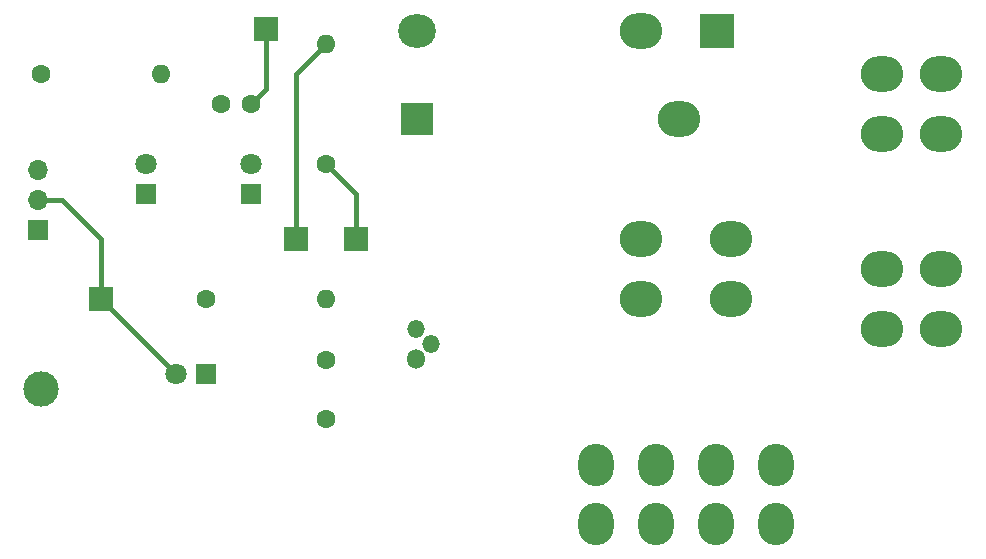
<source format=gbr>
%TF.GenerationSoftware,KiCad,Pcbnew,7.0.5-0*%
%TF.CreationDate,2024-01-28T18:46:13+01:00*%
%TF.ProjectId,controller,636f6e74-726f-46c6-9c65-722e6b696361,1.0.0*%
%TF.SameCoordinates,Original*%
%TF.FileFunction,Copper,L1,Top*%
%TF.FilePolarity,Positive*%
%FSLAX46Y46*%
G04 Gerber Fmt 4.6, Leading zero omitted, Abs format (unit mm)*
G04 Created by KiCad (PCBNEW 7.0.5-0) date 2024-01-28 18:46:13*
%MOMM*%
%LPD*%
G01*
G04 APERTURE LIST*
%TA.AperFunction,ComponentPad*%
%ADD10R,1.800000X1.800000*%
%TD*%
%TA.AperFunction,ComponentPad*%
%ADD11C,1.800000*%
%TD*%
%TA.AperFunction,SMDPad,CuDef*%
%ADD12R,2.000000X2.000000*%
%TD*%
%TA.AperFunction,ComponentPad*%
%ADD13O,3.200000X2.800000*%
%TD*%
%TA.AperFunction,ComponentPad*%
%ADD14R,2.800000X2.800000*%
%TD*%
%TA.AperFunction,ComponentPad*%
%ADD15O,3.600000X3.000000*%
%TD*%
%TA.AperFunction,ComponentPad*%
%ADD16R,3.000000X3.000000*%
%TD*%
%TA.AperFunction,ComponentPad*%
%ADD17C,1.600000*%
%TD*%
%TA.AperFunction,ComponentPad*%
%ADD18O,1.600000X1.600000*%
%TD*%
%TA.AperFunction,ComponentPad*%
%ADD19C,3.000000*%
%TD*%
%TA.AperFunction,ComponentPad*%
%ADD20O,3.000000X3.600000*%
%TD*%
%TA.AperFunction,ComponentPad*%
%ADD21O,1.500000X1.700000*%
%TD*%
%TA.AperFunction,ComponentPad*%
%ADD22O,1.500000X1.500000*%
%TD*%
%TA.AperFunction,ComponentPad*%
%ADD23R,1.700000X1.700000*%
%TD*%
%TA.AperFunction,ComponentPad*%
%ADD24O,1.700000X1.700000*%
%TD*%
%TA.AperFunction,Conductor*%
%ADD25C,0.400000*%
%TD*%
G04 APERTURE END LIST*
D10*
%TO.P,D1,1,K*%
%TO.N,Net-(D1-K)*%
X133350000Y-83820000D03*
D11*
%TO.P,D1,2,A*%
%TO.N,+5V*%
X133350000Y-81280000D03*
%TD*%
D12*
%TO.P,TP2,1,1*%
%TO.N,Net-(D2-A)*%
X120650000Y-92710000D03*
%TD*%
D10*
%TO.P,D3,1,K*%
%TO.N,GND*%
X124460000Y-83820000D03*
D11*
%TO.P,D3,2,A*%
%TO.N,Net-(D3-A)*%
X124460000Y-81280000D03*
%TD*%
D10*
%TO.P,D2,1,K*%
%TO.N,Net-(D2-K)*%
X129540000Y-99060000D03*
D11*
%TO.P,D2,2,A*%
%TO.N,Net-(D2-A)*%
X127000000Y-99060000D03*
%TD*%
D13*
%TO.P,RY1,1,A1*%
%TO.N,Net-(RY1-A1)*%
X147370000Y-69970000D03*
D14*
%TO.P,RY1,2,A2*%
%TO.N,Net-(Q1-C)*%
X147370000Y-77470000D03*
D15*
%TO.P,RY1,3,11*%
%TO.N,/Fuse*%
X169570000Y-77470000D03*
%TO.P,RY1,4,12*%
%TO.N,unconnected-(RY1-12-Pad4)*%
X166370000Y-69970000D03*
D16*
%TO.P,RY1,5,14*%
%TO.N,/Oven*%
X172770000Y-69970000D03*
%TD*%
D17*
%TO.P,R3,1*%
%TO.N,+5V*%
X115570000Y-73660000D03*
D18*
%TO.P,R3,2*%
%TO.N,Net-(D3-A)*%
X125730000Y-73660000D03*
%TD*%
D15*
%TO.P,J4,1,A*%
%TO.N,AC*%
X191730000Y-78740000D03*
%TO.P,J4,2,B*%
X186730000Y-78740000D03*
%TO.P,J4,3,C*%
%TO.N,/Oven*%
X191730000Y-73660000D03*
%TO.P,J4,4,D*%
X186730000Y-73660000D03*
%TD*%
D17*
%TO.P,R2,1*%
%TO.N,Net-(D1-K)*%
X139700000Y-81280000D03*
D18*
%TO.P,R2,2*%
%TO.N,Net-(RY1-A1)*%
X139700000Y-71120000D03*
%TD*%
D12*
%TO.P,TP5,1,1*%
%TO.N,Net-(RY1-A1)*%
X137160000Y-87630000D03*
%TD*%
D15*
%TO.P,CB1,1,A*%
%TO.N,/Fuse*%
X166370000Y-87630000D03*
%TO.P,CB1,2,B*%
X166370000Y-92710000D03*
%TO.P,CB1,3,C*%
%TO.N,Earth*%
X173990000Y-87630000D03*
%TO.P,CB1,4,D*%
X173990000Y-92710000D03*
%TD*%
D19*
%TO.P,TP1,1,1*%
%TO.N,GND*%
X115570000Y-100330000D03*
%TD*%
D12*
%TO.P,TP4,1,1*%
%TO.N,Net-(D1-K)*%
X142240000Y-87630000D03*
%TD*%
%TO.P,TP3,1,1*%
%TO.N,+5V*%
X134620000Y-69850000D03*
%TD*%
D17*
%TO.P,R1,1*%
%TO.N,Net-(D2-K)*%
X129540000Y-92710000D03*
D18*
%TO.P,R1,2*%
%TO.N,Net-(Q1-B)*%
X139700000Y-92710000D03*
%TD*%
D17*
%TO.P,C3,1*%
%TO.N,+5V*%
X133310000Y-76200000D03*
%TO.P,C3,2*%
%TO.N,GND*%
X130810000Y-76200000D03*
%TD*%
D20*
%TO.P,J5,1,A*%
%TO.N,/Oven*%
X162560000Y-111760000D03*
%TO.P,J5,2,B*%
X162560000Y-106760000D03*
%TO.P,J5,3,C*%
%TO.N,/Fuse*%
X167640000Y-111760000D03*
%TO.P,J5,4,D*%
X167640000Y-106760000D03*
%TO.P,J5,5,E*%
%TO.N,Earth*%
X172720000Y-111760000D03*
%TO.P,J5,6,F*%
X172720000Y-106760000D03*
%TO.P,J5,7,G*%
%TO.N,AC*%
X177800000Y-111760000D03*
%TO.P,J5,8,H*%
X177800000Y-106760000D03*
%TD*%
D17*
%TO.P,C1,1*%
%TO.N,Net-(Q1-B)*%
X139700000Y-97870000D03*
%TO.P,C1,2*%
%TO.N,GND*%
X139700000Y-102870000D03*
%TD*%
D21*
%TO.P,Q1,1,E*%
%TO.N,GND*%
X147320000Y-97790000D03*
D22*
%TO.P,Q1,2,B*%
%TO.N,Net-(Q1-B)*%
X148590000Y-96520000D03*
%TO.P,Q1,3,C*%
%TO.N,Net-(Q1-C)*%
X147320000Y-95250000D03*
%TD*%
D15*
%TO.P,J3,1,A*%
%TO.N,Earth*%
X191770000Y-95250000D03*
%TO.P,J3,2,B*%
X186770000Y-95250000D03*
%TO.P,J3,3,C*%
%TO.N,AC*%
X191770000Y-90170000D03*
%TO.P,J3,4,D*%
X186770000Y-90170000D03*
%TD*%
D23*
%TO.P,J2,1,Pin_1*%
%TO.N,GND*%
X115316000Y-86868000D03*
D24*
%TO.P,J2,2,Pin_2*%
%TO.N,Net-(D2-A)*%
X115316000Y-84328000D03*
%TO.P,J2,3,Pin_3*%
%TO.N,+5V*%
X115316000Y-81788000D03*
%TD*%
D25*
%TO.N,+5V*%
X134620000Y-74930000D02*
X134620000Y-69850000D01*
X133310000Y-76200000D02*
X134580000Y-74930000D01*
X134580000Y-74930000D02*
X134620000Y-74930000D01*
%TO.N,Net-(D1-K)*%
X139700000Y-81280000D02*
X142240000Y-83820000D01*
X142240000Y-83820000D02*
X142240000Y-87630000D01*
%TO.N,Net-(RY1-A1)*%
X137160000Y-87630000D02*
X137160000Y-73660000D01*
X137160000Y-73660000D02*
X139700000Y-71120000D01*
%TO.N,Net-(D2-A)*%
X120650000Y-92710000D02*
X127000000Y-99060000D01*
X120650000Y-87630000D02*
X120650000Y-92710000D01*
X117348000Y-84328000D02*
X120650000Y-87630000D01*
X115316000Y-84328000D02*
X117348000Y-84328000D01*
%TD*%
M02*

</source>
